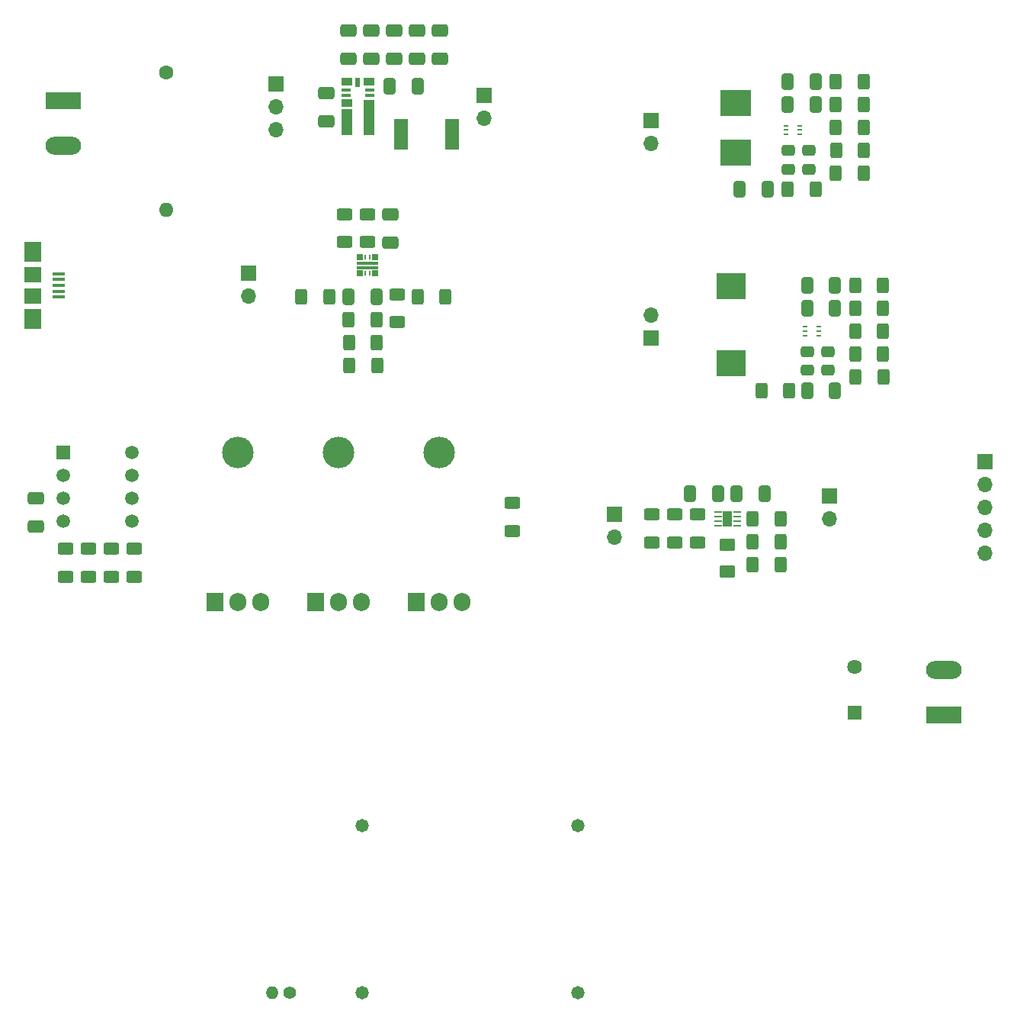
<source format=gbr>
%TF.GenerationSoftware,KiCad,Pcbnew,8.0.6*%
%TF.CreationDate,2025-01-20T17:22:48-07:00*%
%TF.ProjectId,PDU,5044552e-6b69-4636-9164-5f7063625858,rev?*%
%TF.SameCoordinates,Original*%
%TF.FileFunction,Soldermask,Top*%
%TF.FilePolarity,Negative*%
%FSLAX46Y46*%
G04 Gerber Fmt 4.6, Leading zero omitted, Abs format (unit mm)*
G04 Created by KiCad (PCBNEW 8.0.6) date 2025-01-20 17:22:48*
%MOMM*%
%LPD*%
G01*
G04 APERTURE LIST*
G04 Aperture macros list*
%AMRoundRect*
0 Rectangle with rounded corners*
0 $1 Rounding radius*
0 $2 $3 $4 $5 $6 $7 $8 $9 X,Y pos of 4 corners*
0 Add a 4 corners polygon primitive as box body*
4,1,4,$2,$3,$4,$5,$6,$7,$8,$9,$2,$3,0*
0 Add four circle primitives for the rounded corners*
1,1,$1+$1,$2,$3*
1,1,$1+$1,$4,$5*
1,1,$1+$1,$6,$7*
1,1,$1+$1,$8,$9*
0 Add four rect primitives between the rounded corners*
20,1,$1+$1,$2,$3,$4,$5,0*
20,1,$1+$1,$4,$5,$6,$7,0*
20,1,$1+$1,$6,$7,$8,$9,0*
20,1,$1+$1,$8,$9,$2,$3,0*%
%AMFreePoly0*
4,1,5,0.300000,-0.325000,-0.300000,-0.325000,-0.300000,0.325000,0.300000,0.325000,0.300000,-0.325000,0.300000,-0.325000,$1*%
G04 Aperture macros list end*
%ADD10C,1.498600*%
%ADD11R,1.498600X1.498600*%
%ADD12R,1.700000X1.700000*%
%ADD13O,1.700000X1.700000*%
%ADD14RoundRect,0.250000X0.400000X0.625000X-0.400000X0.625000X-0.400000X-0.625000X0.400000X-0.625000X0*%
%ADD15RoundRect,0.250000X0.650000X-0.412500X0.650000X0.412500X-0.650000X0.412500X-0.650000X-0.412500X0*%
%ADD16RoundRect,0.250000X-0.625000X0.400000X-0.625000X-0.400000X0.625000X-0.400000X0.625000X0.400000X0*%
%ADD17C,1.473200*%
%ADD18RoundRect,0.250000X-0.400000X-0.625000X0.400000X-0.625000X0.400000X0.625000X-0.400000X0.625000X0*%
%ADD19O,3.500000X3.500000*%
%ADD20R,1.905000X2.000000*%
%ADD21O,1.905000X2.000000*%
%ADD22R,3.500000X2.950000*%
%ADD23R,1.625600X1.625600*%
%ADD24C,1.625600*%
%ADD25RoundRect,0.250000X-0.412500X-0.650000X0.412500X-0.650000X0.412500X0.650000X-0.412500X0.650000X0*%
%ADD26RoundRect,0.250000X0.475000X-0.337500X0.475000X0.337500X-0.475000X0.337500X-0.475000X-0.337500X0*%
%ADD27RoundRect,0.250000X-0.650000X0.412500X-0.650000X-0.412500X0.650000X-0.412500X0.650000X0.412500X0*%
%ADD28RoundRect,0.250000X0.625000X-0.400000X0.625000X0.400000X-0.625000X0.400000X-0.625000X-0.400000X0*%
%ADD29FreePoly0,90.000000*%
%ADD30R,0.249999X0.599999*%
%ADD31R,2.400000X0.299999*%
%ADD32RoundRect,0.250000X0.412500X0.650000X-0.412500X0.650000X-0.412500X-0.650000X0.412500X-0.650000X0*%
%ADD33R,0.609600X0.279400*%
%ADD34R,3.960000X1.980000*%
%ADD35O,3.960000X1.980000*%
%ADD36C,1.400000*%
%ADD37O,1.400000X1.400000*%
%ADD38R,0.806066X0.256842*%
%ADD39R,1.000000X1.699999*%
%ADD40R,1.400000X0.400000*%
%ADD41R,1.900000X2.300000*%
%ADD42R,1.900000X1.800000*%
%ADD43RoundRect,0.250001X-0.624999X0.462499X-0.624999X-0.462499X0.624999X-0.462499X0.624999X0.462499X0*%
%ADD44R,1.574800X3.429000*%
%ADD45C,1.600000*%
%ADD46O,1.600000X1.600000*%
%ADD47R,1.041400X0.330200*%
%ADD48R,1.219200X0.812800*%
%ADD49R,1.219200X2.870200*%
%ADD50R,1.219200X3.962400*%
%ADD51R,1.213000X0.962000*%
%ADD52R,0.625000X1.038000*%
%ADD53R,3.251200X2.921000*%
G04 APERTURE END LIST*
D10*
%TO.C,U2*%
X111189381Y-78777000D03*
X111189381Y-81317000D03*
X111189381Y-83857000D03*
X111189381Y-86397000D03*
X103569381Y-86397000D03*
X103569381Y-83857000D03*
X103569381Y-81317000D03*
D11*
X103569381Y-78777000D03*
%TD*%
D12*
%TO.C,J12*%
X205994000Y-79756000D03*
D13*
X205994000Y-82296000D03*
X205994000Y-84836000D03*
X205994000Y-87376000D03*
X205994000Y-89916000D03*
%TD*%
D14*
%TO.C,R9*%
X146055383Y-61515001D03*
X142955383Y-61515001D03*
%TD*%
D12*
%TO.C,J7*%
X188659381Y-83598000D03*
D13*
X188659381Y-86138000D03*
%TD*%
D12*
%TO.C,J5*%
X150305381Y-39153000D03*
D13*
X150305381Y-41693000D03*
%TD*%
D15*
%TO.C,C10*%
X139907383Y-55431501D03*
X139907383Y-52306501D03*
%TD*%
D16*
%TO.C,R33*%
X174069381Y-85609000D03*
X174069381Y-88709000D03*
%TD*%
D17*
%TO.C,R2*%
X160781384Y-138721000D03*
X136781383Y-138721000D03*
%TD*%
D18*
%TO.C,R20*%
X189395381Y-42709000D03*
X192495381Y-42709000D03*
%TD*%
D15*
%TO.C,C17*%
X137769263Y-35046492D03*
X137769263Y-31921492D03*
%TD*%
D19*
%TO.C,Q1*%
X122989381Y-78713000D03*
D20*
X120449381Y-95373000D03*
D21*
X122989381Y-95373000D03*
X125529381Y-95373000D03*
%TD*%
D22*
%TO.C,L1*%
X178245381Y-39984000D03*
X178245381Y-45434000D03*
%TD*%
D18*
%TO.C,R26*%
X191543381Y-67816900D03*
X194643381Y-67816900D03*
%TD*%
D23*
%TO.C,F1*%
X191453381Y-107606000D03*
D24*
X191453381Y-102526000D03*
%TD*%
D15*
%TO.C,C18*%
X135229263Y-35046492D03*
X135229263Y-31921492D03*
%TD*%
D25*
%TO.C,C4*%
X173230381Y-83349000D03*
X176355381Y-83349000D03*
%TD*%
D17*
%TO.C,R4*%
X160781382Y-120179000D03*
X136781381Y-120179000D03*
%TD*%
D26*
%TO.C,C21*%
X186373381Y-47302500D03*
X186373381Y-45227500D03*
%TD*%
D18*
%TO.C,R21*%
X189421381Y-45249000D03*
X192521381Y-45249000D03*
%TD*%
D27*
%TO.C,C11*%
X100521381Y-83818500D03*
X100521381Y-86943500D03*
%TD*%
D18*
%TO.C,R14*%
X180139381Y-88683000D03*
X183239381Y-88683000D03*
%TD*%
D12*
%TO.C,J9*%
X168847381Y-41947000D03*
D13*
X168847381Y-44487000D03*
%TD*%
D28*
%TO.C,R32*%
X171529381Y-88709000D03*
X171529381Y-85609000D03*
%TD*%
D29*
%TO.C,U5*%
X136498982Y-58876028D03*
D30*
X137154384Y-58871004D03*
X137604386Y-58871004D03*
D29*
X138255933Y-58871002D03*
D31*
X137379385Y-58221003D03*
X137379385Y-57721003D03*
D29*
X138256771Y-57072737D03*
D30*
X137604386Y-57071002D03*
X137154384Y-57071002D03*
D29*
X136504512Y-57070499D03*
%TD*%
D25*
%TO.C,C24*%
X186196881Y-71880900D03*
X189321881Y-71880900D03*
%TD*%
D28*
%TO.C,R30*%
X108903381Y-92519000D03*
X108903381Y-89419000D03*
%TD*%
D14*
%TO.C,R28*%
X138396883Y-64055001D03*
X135296883Y-64055001D03*
%TD*%
D32*
%TO.C,C5*%
X181512381Y-83349000D03*
X178387381Y-83349000D03*
%TD*%
D19*
%TO.C,Q2*%
X134165381Y-78713000D03*
D20*
X131625381Y-95373000D03*
D21*
X134165381Y-95373000D03*
X136705381Y-95373000D03*
%TD*%
D28*
%TO.C,R8*%
X134827383Y-55419001D03*
X134827383Y-52319001D03*
%TD*%
D33*
%TO.C,U1*%
X183846081Y-42470748D03*
X183846081Y-42970874D03*
X183846081Y-43471000D03*
X185344681Y-43471000D03*
X185344681Y-42970874D03*
X185344681Y-42470748D03*
%TD*%
D27*
%TO.C,C12*%
X132779381Y-38860500D03*
X132779381Y-41985500D03*
%TD*%
D14*
%TO.C,R22*%
X192495381Y-47789000D03*
X189395381Y-47789000D03*
%TD*%
D15*
%TO.C,C14*%
X145389263Y-35046492D03*
X145389263Y-31921492D03*
%TD*%
D34*
%TO.C,J3*%
X103569381Y-39741000D03*
D35*
X103569381Y-44741000D03*
%TD*%
D16*
%TO.C,R3*%
X153469381Y-84339000D03*
X153469381Y-87439000D03*
%TD*%
D36*
%TO.C,TH1*%
X128715381Y-138721000D03*
D37*
X126815381Y-138721000D03*
%TD*%
D28*
%TO.C,R16*%
X103823381Y-92519000D03*
X103823381Y-89419000D03*
%TD*%
D18*
%TO.C,R27*%
X191569381Y-70356900D03*
X194669381Y-70356900D03*
%TD*%
%TO.C,R13*%
X180139381Y-86143000D03*
X183239381Y-86143000D03*
%TD*%
D38*
%TO.C,U6*%
X176318348Y-85393002D03*
X176318348Y-85893000D03*
X176318348Y-86393000D03*
X176318348Y-86893001D03*
X178424414Y-86893001D03*
X178424414Y-86393000D03*
X178424414Y-85893000D03*
X178424414Y-85393002D03*
D39*
X177371381Y-86143000D03*
%TD*%
D25*
%TO.C,C22*%
X186196881Y-62736900D03*
X189321881Y-62736900D03*
%TD*%
D26*
%TO.C,C19*%
X184087381Y-47302500D03*
X184087381Y-45227500D03*
%TD*%
D12*
%TO.C,J8*%
X168847381Y-66082000D03*
D13*
X168847381Y-63542000D03*
%TD*%
D18*
%TO.C,R19*%
X189395381Y-40169000D03*
X192495381Y-40169000D03*
%TD*%
%TO.C,C3*%
X184061381Y-49567000D03*
X187161381Y-49567000D03*
%TD*%
D16*
%TO.C,R17*%
X106363381Y-89419000D03*
X106363381Y-92519000D03*
%TD*%
D18*
%TO.C,R1*%
X189395381Y-37629000D03*
X192495381Y-37629000D03*
%TD*%
D40*
%TO.C,J2*%
X103061381Y-58905000D03*
X103061381Y-59555000D03*
X103061381Y-60205000D03*
X103061381Y-60855000D03*
X103061381Y-61505000D03*
D41*
X100211381Y-56455000D03*
D42*
X100211381Y-59055000D03*
X100211381Y-61355000D03*
D41*
X100211381Y-63955000D03*
%TD*%
D28*
%TO.C,R11*%
X140669383Y-64309001D03*
X140669383Y-61209001D03*
%TD*%
D26*
%TO.C,C26*%
X188521381Y-69616400D03*
X188521381Y-67541400D03*
%TD*%
D18*
%TO.C,R23*%
X191543381Y-60196900D03*
X194643381Y-60196900D03*
%TD*%
D43*
%TO.C,D1*%
X177371381Y-88973500D03*
X177371381Y-91948500D03*
%TD*%
D26*
%TO.C,C25*%
X186235381Y-69616400D03*
X186235381Y-67541400D03*
%TD*%
D14*
%TO.C,R24*%
X194643381Y-62736900D03*
X191543381Y-62736900D03*
%TD*%
D12*
%TO.C,J6*%
X164783381Y-85630000D03*
D13*
X164783381Y-88170000D03*
%TD*%
D18*
%TO.C,R25*%
X191543381Y-65276900D03*
X194643381Y-65276900D03*
%TD*%
D34*
%TO.C,J11*%
X201359381Y-107907000D03*
D35*
X201359381Y-102907000D03*
%TD*%
D44*
%TO.C,L2*%
X141123281Y-43471000D03*
X146787481Y-43471000D03*
%TD*%
D14*
%TO.C,C27*%
X184229381Y-71880900D03*
X181129381Y-71880900D03*
%TD*%
D16*
%TO.C,R31*%
X111443381Y-89419000D03*
X111443381Y-92519000D03*
%TD*%
D45*
%TO.C,R18*%
X114999381Y-36613000D03*
D46*
X114999381Y-51853000D03*
%TD*%
D47*
%TO.C,U8*%
X134995382Y-38553001D03*
X134995382Y-39153000D03*
D48*
X135085381Y-40011609D03*
D49*
X135085372Y-42119897D03*
D50*
X137515263Y-41573492D03*
D47*
X137605381Y-39153000D03*
X137605381Y-38553001D03*
D51*
X137518881Y-37620109D03*
D52*
X136300381Y-37674008D03*
D51*
X135081881Y-37620109D03*
%TD*%
D18*
%TO.C,R15*%
X180139381Y-91223000D03*
X183239381Y-91223000D03*
%TD*%
D25*
%TO.C,C1*%
X184048881Y-40169000D03*
X187173881Y-40169000D03*
%TD*%
%TO.C,C2*%
X184048881Y-37629000D03*
X187173881Y-37629000D03*
%TD*%
D16*
%TO.C,R29*%
X137367383Y-52319001D03*
X137367383Y-55419001D03*
%TD*%
D18*
%TO.C,R5*%
X130039883Y-61515001D03*
X133139883Y-61515001D03*
%TD*%
D15*
%TO.C,C16*%
X140309263Y-35046492D03*
X140309263Y-31921492D03*
%TD*%
D33*
%TO.C,U9*%
X185981381Y-64784648D03*
X185981381Y-65284774D03*
X185981381Y-65784900D03*
X187479981Y-65784900D03*
X187479981Y-65284774D03*
X187479981Y-64784648D03*
%TD*%
D25*
%TO.C,R6*%
X135296883Y-61515001D03*
X138421883Y-61515001D03*
%TD*%
D12*
%TO.C,J4*%
X127191381Y-37883000D03*
D13*
X127191381Y-40423000D03*
X127191381Y-42963000D03*
%TD*%
D25*
%TO.C,C23*%
X186196881Y-60196900D03*
X189321881Y-60196900D03*
%TD*%
D14*
%TO.C,R7*%
X138421883Y-66595001D03*
X135321883Y-66595001D03*
%TD*%
%TO.C,R10*%
X138473883Y-69135001D03*
X135373883Y-69135001D03*
%TD*%
D32*
%TO.C,C20*%
X181839881Y-49567000D03*
X178714881Y-49567000D03*
%TD*%
D53*
%TO.C,L3*%
X177737381Y-68871000D03*
X177737381Y-60311200D03*
%TD*%
D16*
%TO.C,R12*%
X168989381Y-85609000D03*
X168989381Y-88709000D03*
%TD*%
D25*
%TO.C,C13*%
X139852881Y-38137000D03*
X142977881Y-38137000D03*
%TD*%
D15*
%TO.C,C15*%
X142849263Y-35046492D03*
X142849263Y-31921492D03*
%TD*%
D19*
%TO.C,Q3*%
X145341381Y-78713000D03*
D20*
X142801381Y-95373000D03*
D21*
X145341381Y-95373000D03*
X147881381Y-95373000D03*
%TD*%
D12*
%TO.C,J10*%
X124185383Y-58866001D03*
D13*
X124185383Y-61406001D03*
%TD*%
M02*

</source>
